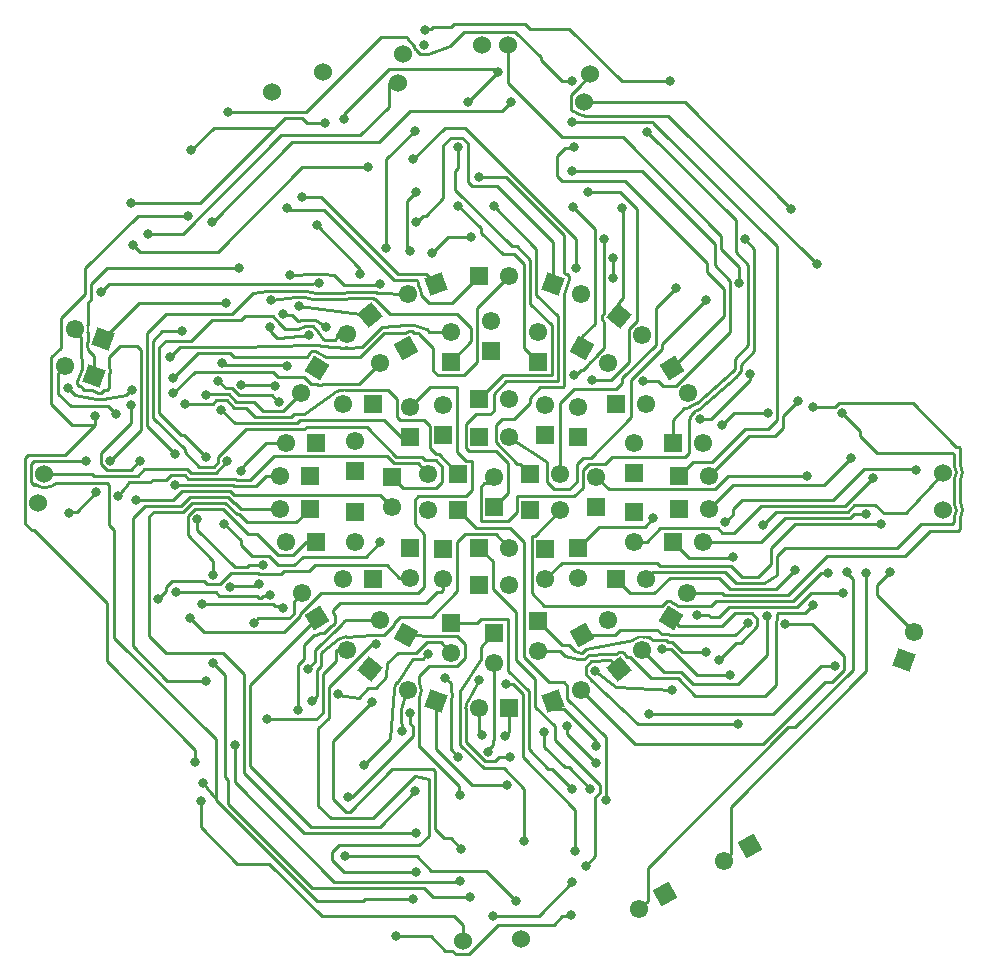
<source format=gbl>
G04*
G04 #@! TF.GenerationSoftware,Altium Limited,Altium Designer,23.1.1 (15)*
G04*
G04 Layer_Physical_Order=2*
G04 Layer_Color=16711680*
%FSLAX25Y25*%
%MOIN*%
G70*
G04*
G04 #@! TF.SameCoordinates,26756865-A546-46B2-AE66-A5EF7FACC8B2*
G04*
G04*
G04 #@! TF.FilePolarity,Positive*
G04*
G01*
G75*
%ADD49C,0.01000*%
%ADD50C,0.01000*%
%ADD51C,0.06102*%
%ADD52P,0.08630X4X245.0*%
%ADD53C,0.06000*%
%ADD54R,0.06102X0.06102*%
%ADD55P,0.08630X4X115.0*%
%ADD56P,0.08630X4X255.0*%
%ADD57R,0.06102X0.06102*%
%ADD58P,0.08630X4X103.0*%
%ADD59P,0.08630X4X84.0*%
%ADD60P,0.08630X4X195.0*%
%ADD61P,0.08630X4X205.0*%
%ADD62P,0.08630X4X186.0*%
%ADD63P,0.08630X4X167.0*%
%ADD64C,0.03150*%
D49*
X34651Y46082D02*
G03*
X34350Y45719I3349J-3082D01*
G01*
X27086Y126571D02*
G03*
X30000Y125500I2914J3429D01*
G01*
X39162Y-38100D02*
G03*
X36836Y-38100I-1163J-4400D01*
G01*
X50417Y-48302D02*
G03*
X46338Y-49227I-1145J-4405D01*
G01*
X-8995Y-69820D02*
G03*
X-9551Y-72000I3995J-2180D01*
G01*
X-25000Y-68431D02*
G03*
X-25000Y-63729I-3897J2351D01*
G01*
X-32642Y-63494D02*
G03*
X-33434Y-65715I3745J-2585D01*
G01*
X-49547Y-48164D02*
G03*
X-52000Y-49065I276J-4543D01*
G01*
X65241Y28510D02*
G03*
X67550Y29622I-741J4490D01*
G01*
X66906Y26907D02*
G03*
X67644Y27253I-2406J6093D01*
G01*
X-24346Y66059D02*
G03*
X-25400Y68993I-4551J21D01*
G01*
X-49523Y48163D02*
G03*
X-49115Y48158I252J4544D01*
G01*
X-49819Y34000D02*
G03*
X-53081Y33249I-681J-4500D01*
G01*
X-49683Y36000D02*
G03*
X-51317Y36000I-817J-6500D01*
G01*
X-135500Y53246D02*
G03*
X-135500Y55595I-4397J1175D01*
G01*
X-134236Y33967D02*
G03*
X-134244Y33970I-346J-938D01*
G01*
X155200Y-9124D02*
G03*
X155200Y-2876I-5700J3124D01*
G01*
Y3376D02*
G03*
X155200Y9624I-5700J3124D01*
G01*
X154909Y14901D02*
G03*
X154905Y14905I-709J-705D01*
G01*
X153200Y-8561D02*
G03*
X153200Y-3439I-3700J2561D01*
G01*
Y3939D02*
G03*
X153200Y9061I-3700J2561D01*
G01*
X-152886Y2547D02*
G03*
X-150000Y1500I2886J3453D01*
G01*
Y1500D02*
G03*
X-145866Y3000I0J6447D01*
G01*
X-26211Y147363D02*
G03*
X-26959Y148778I-4289J-1363D01*
G01*
X26500Y39000D02*
X27082D01*
X28953Y40872D01*
X29618D02*
X31078Y42332D01*
X28953Y40872D02*
X29618D01*
X16500Y-84800D02*
X23394Y-91694D01*
X20117Y-82769D02*
Y-78017D01*
X33675Y-101674D02*
X35075Y-100274D01*
X23394Y-91694D02*
X24694D01*
X37086Y-102611D02*
Y-81586D01*
X33675Y-121325D02*
Y-101674D01*
X20117Y-82769D02*
X35075Y-97726D01*
X24300Y-68800D02*
X37086Y-81586D01*
X35075Y-100274D02*
Y-97726D01*
X24694Y-91694D02*
X32000Y-99000D01*
X-121000Y23000D02*
Y29000D01*
X-131075Y12925D02*
X-121000Y23000D01*
X-89575Y34575D02*
X-87630D01*
X-92000Y37000D02*
X-89575Y34575D01*
X-87630D02*
X-85281Y32225D01*
X-99925Y40075D02*
X-73726D01*
X-107000Y33000D02*
X-99925Y40075D01*
X-114667Y3224D02*
X-113966Y3925D01*
X-84575Y7000D02*
Y7582D01*
X-86423Y4500D02*
X-85848Y3925D01*
X-84575Y7582D02*
X-83500Y8657D01*
Y9100D01*
X-82265Y-13800D02*
X-79302D01*
X-85836Y-7401D02*
X-85199D01*
X-107774Y5575D02*
X-103153D01*
X-90565Y-5500D02*
X-82265Y-13800D01*
X-86680Y-900D02*
X-38100D01*
X-88908Y-1500D02*
X-86909Y-3500D01*
X-106500Y2500D02*
X-87252D01*
X-88080Y500D02*
X-86680Y-900D01*
X-100677Y-3500D02*
X-89737D01*
X-81400Y3925D02*
X-73425Y11900D01*
X-86909Y-3500D02*
X-86425D01*
X-104152Y500D02*
X-88080D01*
X-102078Y4500D02*
X-86423D01*
X-83500Y9100D02*
X-76100Y16500D01*
X-99848Y-5500D02*
X-90565D01*
X-113966Y3925D02*
X-109423D01*
X-85848D02*
X-81400D01*
X-101505Y-1500D02*
X-88908D01*
X-86677Y1925D02*
X-79575D01*
X-89737Y-3500D02*
X-85836Y-7401D01*
X-87252Y2500D02*
X-86677Y1925D01*
X-109423Y3925D02*
X-107774Y5575D01*
X-79575Y1925D02*
X-76000Y5500D01*
X-23600Y-131800D02*
X-20400Y-135000D01*
X-8000D01*
X-67460Y59089D02*
X-65892Y57521D01*
X-70500Y59500D02*
X-70089Y59089D01*
X-74437Y53437D02*
Y54740D01*
X-71425Y55957D02*
Y56077D01*
X-73923Y58575D02*
X-71425Y56077D01*
X-74437Y53437D02*
X-72493Y51493D01*
X-83092Y58575D02*
X-73923D01*
X-70089Y59089D02*
X-67460D01*
X-74848Y55152D02*
X-74437Y54740D01*
X-63726Y65075D02*
X-63639Y65059D01*
X-62898Y67075D02*
X-59509Y66500D01*
X-75774Y67075D02*
X-62898Y67075D01*
X-80405Y66395D02*
X-75774Y67075D01*
X-66274Y65075D02*
X-63726D01*
X-59509Y66500D02*
X-57152D01*
X-74500Y64000D02*
X-66274Y65075D01*
X-93600Y121400D02*
X-73100D01*
X-101000Y114000D02*
X-93600Y121400D01*
X-500Y-141181D02*
X14819D01*
X26000Y-130000D01*
X-84501Y-17499D02*
Y-15999D01*
X-90000Y-10500D02*
X-84501Y-15999D01*
Y-17499D02*
X-80724Y-21276D01*
X-99000Y-12600D02*
Y-9000D01*
X-102200Y-14300D02*
Y-7852D01*
X-103677Y-6500D02*
X-100677Y-3500D01*
X-102200Y-7852D02*
X-99848Y-5500D01*
X-99000Y-12600D02*
X-86575Y-25025D01*
X-113588Y-6500D02*
X-103677D01*
X-116500Y-4500D02*
X-104505D01*
X-119500Y-2500D02*
X-107152D01*
X-104505Y-4500D02*
X-101505Y-1500D01*
X-107152Y-2500D02*
X-104152Y500D01*
X-102200Y-14300D02*
X-93700Y-22800D01*
X-115075Y-7987D02*
X-113588Y-6500D01*
X-111725Y26225D02*
X-104606Y19106D01*
X-103531D01*
X-102325Y7575D02*
X-101250Y6500D01*
X-120500Y-8500D02*
X-116500Y-4500D01*
X-93652Y8500D02*
X-92075Y10077D01*
X-98348Y8500D02*
X-93652D01*
X-103258Y13410D02*
X-98348Y8500D01*
X-103531Y19106D02*
X-96000Y11575D01*
X-103153Y5575D02*
X-102078Y4500D01*
X-86425Y-3500D02*
X-84425Y-5500D01*
X-92823Y6500D02*
X-89000Y10323D01*
X-101250Y6500D02*
X-92823D01*
X-118954Y5425D02*
X-116805Y7575D01*
X-133450Y5425D02*
X-118954D01*
X-134025Y6000D02*
X-133450Y5425D01*
X-150000Y6000D02*
X-134025D01*
X-116805Y7575D02*
X-102325D01*
X-86575Y-25025D02*
X-82516D01*
X-115075Y-48025D02*
Y-7987D01*
Y-48025D02*
X-109406Y-53694D01*
X-85199Y-7401D02*
X-82500Y-10100D01*
X-121756Y3224D02*
X-114667D01*
X-89000Y10323D02*
Y10500D01*
X-38100Y-900D02*
X-34000Y-5000D01*
X-85115Y-37401D02*
X-73849D01*
X-85341Y-37175D02*
X-85115Y-37401D01*
X-77259Y-34737D02*
X-75237D01*
X-78525Y-35175D02*
X-77697D01*
X-77259Y-34737D01*
X-75237D02*
X-74826Y-34326D01*
X-97600Y-37175D02*
X-85341D01*
X-73849Y-37401D02*
X-73161Y-38089D01*
X-70911D01*
X-70500Y-38500D01*
X-87613Y-31113D02*
X-78812D01*
X-88000Y-31500D02*
X-87613Y-31113D01*
X-78812D02*
X-78425Y-30726D01*
X-91734Y-34575D02*
X-79125D01*
X-78525Y-35175D01*
X-92909Y-33400D02*
X-91734Y-34575D01*
X-106100Y-33400D02*
X-92909D01*
X-91434Y-30586D02*
X-87874Y-27025D01*
X-78874D01*
X-95807Y-30586D02*
X-91434D01*
X-82516Y-25025D02*
X-81841Y-24350D01*
X-80724Y-21276D02*
X-75161D01*
X-71225Y-27425D02*
X-70185Y-26385D01*
X-78874Y-27025D02*
X-78474Y-27425D01*
X-75161Y-21276D02*
X-72051Y-24385D01*
X-78474Y-27425D02*
X-71225D01*
X-81841Y-24350D02*
X-77200D01*
X-122492Y2489D02*
X-121756Y3224D01*
X-121303Y7425D02*
X-118500Y10228D01*
Y10500D01*
X-117725Y20775D02*
Y47500D01*
X-131075Y9226D02*
Y12925D01*
X-128000Y10500D02*
X-117725Y20775D01*
X-131075Y9226D02*
X-129274Y7425D01*
X-121303D01*
X-92075Y11774D02*
X-82748Y21100D01*
X-63187D01*
X-92075Y10077D02*
Y11774D01*
X-113725Y24825D02*
X-103258Y14358D01*
Y13410D02*
Y14358D01*
X-111725Y26225D02*
Y48300D01*
X-113725Y24825D02*
Y50550D01*
X-95925Y32575D02*
X-88459D01*
X-84291Y35584D02*
X-73584D01*
X-73300Y35300D01*
X-85281Y32225D02*
X-74123D01*
X-72098Y30200D02*
X-71800D01*
X-96000Y32500D02*
X-95925Y32575D01*
X-84575Y35868D02*
X-84291Y35584D01*
X-92706Y30575D02*
X-89287D01*
X-86059Y30175D02*
X-80125D01*
X-88459Y32575D02*
X-86059Y30175D01*
X-93855Y29425D02*
X-92706Y30575D01*
X-97348Y29500D02*
X-97274Y29425D01*
X-93855D01*
X-86887Y28175D02*
X-82875D01*
X-103000Y29500D02*
X-97348D01*
X-91000Y27500D02*
X-86600Y23100D01*
X-74123Y32225D02*
X-72098Y30200D01*
X-89287Y30575D02*
X-86887Y28175D01*
X-86600Y23100D02*
X-82852D01*
X-80125Y30175D02*
X-77050Y27100D01*
X-82875Y28175D02*
X-79800Y25100D01*
X-82852Y23100D02*
X-65687D01*
X-73726Y40075D02*
X-72026Y38375D01*
X-63438D01*
X117500Y-27082D02*
Y-26500D01*
X119375Y-59362D02*
Y-28956D01*
X117500Y-27082D02*
X119375Y-28956D01*
X124000Y-59600D02*
Y-27000D01*
X78800Y-104800D02*
X124000Y-59600D01*
X127500Y-34183D02*
Y-31000D01*
X132000Y-26500D01*
X38051Y949D02*
X73385D01*
X126963Y-4350D02*
X129718Y-7106D01*
X119959Y-4350D02*
X126963D01*
X71500Y-5500D02*
X79425Y2425D01*
X109925D01*
X79443Y-5457D02*
X82400Y-2500D01*
X116981Y-4500D02*
X126181Y4700D01*
X73385Y949D02*
X77936Y5500D01*
X119713Y-7425D02*
X124000D01*
X77936Y5500D02*
X104300D01*
X94000Y-6500D02*
X117810D01*
X89500Y-11000D02*
X94000Y-6500D01*
X109925Y2425D02*
X119000Y11500D01*
X118638Y-8500D02*
X119713Y-7425D01*
X79936Y-13564D02*
X89000Y-4500D01*
X34000Y5000D02*
X38051Y949D01*
X82400Y-2500D02*
X112800D01*
X96800Y-8500D02*
X118638D01*
X112800Y-2500D02*
X123100Y7800D01*
X89000Y-4500D02*
X116981D01*
X117810Y-6500D02*
X119959Y-4350D01*
X92275Y-18500D02*
X100275Y-10500D01*
X88800Y-16500D02*
X96800Y-8500D01*
X100275Y-10500D02*
X129000D01*
X129718Y-7106D02*
X136435D01*
X137168Y-6786D02*
X149500Y6500D01*
X136849Y-7106D02*
X137168Y-6786D01*
X136435Y-7106D02*
X136849Y-7106D01*
X114726Y29575D02*
X139521D01*
X121948Y18733D02*
X127485Y13196D01*
X106200Y28300D02*
X113452D01*
X116000Y26500D02*
X121948Y20552D01*
X113452Y28300D02*
X114726Y29575D01*
X121948Y18733D02*
Y20552D01*
X139521Y29575D02*
X153900Y15196D01*
X127485Y13196D02*
X152614D01*
X153200Y12610D01*
X64870Y-21870D02*
X79121D01*
X79502Y-21489D01*
X59500Y-16500D02*
X64870Y-21870D01*
X-120500Y82500D02*
X-118200Y80200D01*
X-92300D01*
X19700Y-144200D02*
X22489Y-141411D01*
X25089D02*
X25500Y-141000D01*
X22489Y-141411D02*
X25089D01*
X1164Y-144200D02*
X19700D01*
X82117Y-50231D02*
X87575Y-44774D01*
X74700Y-56100D02*
X80569Y-50231D01*
X76000Y-44600D02*
X80175Y-40425D01*
X58381Y-47704D02*
X80296D01*
X84500Y-43500D01*
X80175Y-40425D02*
X85774D01*
X80569Y-50231D02*
X82117D01*
X85774Y-40425D02*
X87575Y-42226D01*
Y-44774D02*
Y-42226D01*
X90148Y-67826D02*
X93713Y-64262D01*
Y-42886D01*
X96846Y-43912D02*
X105954D01*
X94661Y-40175D02*
X103641D01*
X96787Y-43971D02*
X96846Y-43912D01*
X94075Y-42523D02*
Y-40761D01*
X91000Y-54300D02*
Y-41250D01*
X81225Y-64075D02*
X91000Y-54300D01*
X93713Y-42886D02*
X94075Y-42523D01*
X105954Y-43912D02*
X116575Y-54533D01*
X94075Y-40761D02*
X94661Y-40175D01*
X78076Y-38175D02*
X100837D01*
X74750Y-41500D02*
X78076Y-38175D01*
X-63639Y65059D02*
X-60512Y64500D01*
X-80418Y66382D02*
X-80405Y66395D01*
X-56323Y64500D02*
X-41665Y64723D01*
X-60512Y64500D02*
X-56323D01*
X-87500Y59300D02*
X-80418Y66382D01*
X-44736Y59340D02*
X-41500Y59000D01*
X-65000Y62000D02*
X-44736Y59340D01*
X-41665Y64723D02*
X-41580Y64791D01*
X-65572Y57200D02*
X-65473Y57200D01*
X-65892Y57521D02*
X-65572Y57200D01*
X-65473Y57200D02*
X-63995Y57322D01*
X-72493Y51493D02*
X-71664D01*
X-71425Y55957D02*
X-70300Y54832D01*
X-84367Y57300D02*
X-83092Y58575D01*
X-70035Y54568D02*
X-69662Y54542D01*
X-101008Y50525D02*
X-94233Y57300D01*
X-70300Y54832D02*
X-70035Y54568D01*
X-69662Y54542D02*
X-67974Y54425D01*
X-94233Y57300D02*
X-84367D01*
X-63167Y55322D02*
X-60619D01*
X-58818Y53338D02*
X-57037Y51211D01*
X-56451Y50625D01*
X-54226D01*
X-59791Y57322D02*
X-59093Y57052D01*
X-58818Y53338D02*
Y53521D01*
X-59093Y57052D02*
X-56111Y54979D01*
X-60619Y55322D02*
X-58818Y53521D01*
X-71664Y51493D02*
X-61893Y52248D01*
X57099Y-49251D02*
X57810Y-49962D01*
X59290D01*
X58901Y-52401D02*
X67500Y-61000D01*
X54552Y-49251D02*
X57099D01*
X55826Y-52326D02*
X55901Y-52401D01*
X58901D01*
X57928Y-47251D02*
X58381Y-47704D01*
X55751Y-47251D02*
X57928D01*
X54475Y-49329D02*
X54552Y-49251D01*
X54300Y-45800D02*
X55751Y-47251D01*
X59290Y-49962D02*
X62628Y-53300D01*
X77000Y-10000D02*
X79443Y-7557D01*
Y-5457D01*
X53000Y-8600D02*
Y-8500D01*
X50100Y-11500D02*
X53000Y-8600D01*
X35000Y-11500D02*
X50100D01*
X56073Y35500D02*
X60564D01*
X54573Y37000D02*
X56073Y35500D01*
X45500Y24900D02*
Y37348D01*
X49500Y37000D02*
X54573D01*
X45500Y37348D02*
X55900Y47748D01*
Y49400D01*
X70500Y64000D01*
X38936Y37500D02*
X44720Y43284D01*
X32500Y37500D02*
X38936D01*
X31657Y42911D02*
X34350Y45719D01*
X31078Y42332D02*
X31657Y42911D01*
X22000Y29800D02*
X26500Y34300D01*
X40500D01*
X42600Y36400D01*
X44720Y43284D02*
Y54238D01*
X36600Y48200D02*
Y56695D01*
X34651Y46082D02*
X36600Y48200D01*
X-42951Y-21451D02*
X-38000Y-16500D01*
X-63885Y-21451D02*
X-42951D01*
X26000Y107000D02*
X49233D01*
X23589Y114589D02*
X26089D01*
X26500Y115000D01*
X20900Y111900D02*
X23589Y114589D01*
X26000Y123500D02*
X52700D01*
X25500Y127914D02*
X25500Y127500D01*
X26086Y126914D02*
X27086Y126571D01*
X30000Y125500D02*
X58000D01*
X25500Y127914D02*
Y132500D01*
X58000Y125500D02*
X58293Y125207D01*
X25500Y127500D02*
X26086Y126914D01*
X52993Y123207D02*
X94256Y81944D01*
X52700Y123500D02*
X52993Y123207D01*
X58293Y125207D02*
X107500Y76000D01*
X94256Y24100D02*
Y81944D01*
X15544Y143956D02*
X22500Y137000D01*
X26000D01*
X7000Y153500D02*
X15544Y144956D01*
Y143956D02*
Y144956D01*
X11800Y154500D02*
X25000D01*
X42500Y137000D02*
X58623D01*
X25000Y154500D02*
X42500Y137000D01*
X-115600Y86100D02*
X-103900D01*
X-71000Y119000D01*
X-44700D01*
X-93967Y90200D02*
X-67567Y116600D01*
X-94075Y90200D02*
X-93967D01*
X61057Y-37919D02*
X61318Y-38071D01*
X61587Y-38071D02*
X66124D01*
X67522Y-41021D02*
X71393D01*
X71872Y-41500D01*
X72104Y-37947D02*
X73875Y-36175D01*
X66124Y-38071D02*
X66248Y-37947D01*
X58459Y-36296D02*
X61057Y-37919D01*
X66248Y-37947D02*
X72104D01*
X71872Y-41500D02*
X74750D01*
X61318Y-38071D02*
X61587Y-38071D01*
X62228Y-60080D02*
X66223Y-64075D01*
X67500Y-61000D02*
X78500D01*
X66223Y-64075D02*
X81225D01*
X108706Y-58000D02*
X113500D01*
X112575Y-63300D02*
X116575Y-59300D01*
X92706Y-74000D02*
X108706Y-58000D01*
X116575Y-59300D02*
Y-54533D01*
X98006Y-78394D02*
X100343D01*
X51100Y-136240D02*
Y-125300D01*
X98006Y-78394D01*
X110100Y-63300D02*
X112575D01*
X100343Y-78394D02*
X119375Y-59362D01*
X16900Y-38100D02*
X36836D01*
X56304Y-37727D02*
X56848Y-36856D01*
X16607Y-37807D02*
X16900Y-38100D01*
X56848Y-36856D02*
X57408Y-36296D01*
X39162Y-38100D02*
X55930D01*
X12400Y-33600D02*
X16607Y-37807D01*
X57408Y-36296D02*
X58459D01*
X55930Y-38100D02*
X56304Y-37727D01*
X62628Y-53300D02*
X70400D01*
X52729Y-49329D02*
X54475D01*
X51896Y-48496D02*
X52729Y-49329D01*
X29079Y-53471D02*
X30569Y-52425D01*
X46338Y-49227D01*
X31398Y-54425D02*
X37119Y-54096D01*
X28841Y-53471D02*
X28961D01*
X37119Y-54096D02*
X40594Y-53877D01*
X29722Y-55471D02*
X31398Y-54425D01*
X30425Y-58226D02*
X32226Y-56425D01*
X30425Y-60774D02*
X32226Y-62575D01*
X33500Y-59500D02*
X40428Y-64791D01*
X32226Y-56425D02*
X38041Y-56100D01*
X32226Y-62575D02*
X47885Y-77400D01*
X40428Y-64791D02*
X59300Y-65900D01*
X28013Y-55471D02*
X29722D01*
X47885Y-77400D02*
X81300D01*
X30425Y-60774D02*
Y-58226D01*
X28961Y-53471D02*
X29079Y-53471D01*
X38041Y-56100D02*
X38714D01*
X51070Y-48203D02*
X51603D01*
X50417Y-48302D02*
X50538Y-48302D01*
X39300Y-59000D02*
Y-56686D01*
X24749Y-51000D02*
X26501Y-52752D01*
X40594Y-53877D02*
X41420Y-53209D01*
X38714Y-56100D02*
X39300Y-56686D01*
X26699Y-52950D02*
X28841Y-53471D01*
X50656Y-48302D02*
X51070Y-48203D01*
X21736Y-53000D02*
X23443Y-54707D01*
X50538Y-48302D02*
X50656Y-48302D01*
X26501Y-52752D02*
X26699Y-52950D01*
X51603Y-48203D02*
X51896Y-48496D01*
X23443Y-54707D02*
X28013Y-55471D01*
X44180Y-55000D02*
X45128D01*
X43067Y-53703D02*
X43850Y-54670D01*
X42572Y-53209D02*
X43067Y-53703D01*
X41420Y-53209D02*
X42572D01*
X45421Y-55293D02*
X52208Y-62080D01*
X43850Y-54670D02*
X44180Y-55000D01*
X45128D02*
X45421Y-55293D01*
X22500Y-51000D02*
X24749D01*
X24300Y-68800D02*
Y-64500D01*
X-20900Y-41500D02*
X-12400Y-33000D01*
X-33449Y-43500D02*
X-31449Y-41500D01*
X-20900D01*
X-4600Y-55700D02*
Y-51600D01*
X-9551Y-83297D02*
X-9258Y-83590D01*
X-11551Y-66223D02*
X-4600Y-55700D01*
X-11551Y-67023D02*
X-11551Y-66223D01*
X-9551Y-83297D02*
X-9551Y-72000D01*
X-8995Y-69820D02*
X-5000Y-62500D01*
X-9258Y-83590D02*
X-3274Y-89575D01*
X-11551Y-84126D02*
Y-67023D01*
X-2000Y-86500D02*
Y-85918D01*
X-3274Y-89575D02*
X79D01*
X-2000Y-85918D02*
X-500Y-84418D01*
X79Y-89575D02*
X1366Y-88287D01*
X-3577Y-92100D02*
X3200D01*
X-500Y-84418D02*
Y-82944D01*
X1366Y-88287D02*
X5300D01*
X-11551Y-84126D02*
X-3577Y-92100D01*
X-500Y-82944D02*
X0Y-82444D01*
Y-57000D01*
X-5000Y-79493D02*
X-4000Y-80493D01*
Y-81075D02*
Y-80493D01*
X-5000Y-79493D02*
Y-72000D01*
X19170Y-92170D02*
X26000Y-99000D01*
X17970Y-92170D02*
X19170D01*
X11551Y-85751D02*
X17970Y-92170D01*
X9551Y-88351D02*
X27000Y-105800D01*
Y-119500D02*
Y-105800D01*
X30500Y-124500D02*
X33675Y-121325D01*
X-43091Y-135500D02*
X-27000D01*
X-43791Y-136200D02*
X-43091Y-135500D01*
X-59300Y-136200D02*
X-43791D01*
X-53400Y-129800D02*
X-11800D01*
X-11500Y-129500D01*
X-19925Y-112275D02*
X-16768Y-115432D01*
X-14568D02*
X-11000Y-119000D01*
X-16768Y-115432D02*
X-14568D01*
X-11864Y-100636D02*
X-11500Y-101000D01*
X-11864Y-100636D02*
Y-97925D01*
X-13019Y-96771D02*
X-11864Y-97925D01*
X-26500Y-99681D02*
Y-99500D01*
X-38303Y-111484D02*
X-26500Y-99681D01*
X-61052Y-111484D02*
X-38303D01*
X-40525Y-108700D02*
X-26325Y-94500D01*
X-21925Y-114500D02*
Y-95634D01*
X-26325Y-94500D02*
X-21925Y-95634D01*
X-14500Y-69069D02*
X-14089Y-67941D01*
X-14500Y-85800D02*
Y-69069D01*
Y-66644D02*
X-14089Y-67055D01*
X-14500Y-66644D02*
Y-63700D01*
Y-85800D02*
X-14207Y-86093D01*
X-14793Y-63407D02*
X-14500Y-63700D01*
X-16400Y-61800D02*
X-14793Y-63407D01*
X-14089Y-67941D02*
Y-67055D01*
X-14207Y-86093D02*
X-12000Y-88300D01*
X-25000Y-61400D02*
X-21700Y-58100D01*
X-28000Y-77341D02*
Y-76246D01*
X-25000Y-63729D02*
Y-61400D01*
X-31150Y-72226D02*
X-29479Y-66662D01*
X-28075Y-73500D02*
X-28000Y-76246D01*
X-29479Y-66662D02*
X-29186Y-66369D01*
X-24707Y-85083D02*
X-13019Y-96771D01*
X-31150Y-74774D02*
X-30900Y-79600D01*
X-29186Y-66369D02*
X-28897Y-66080D01*
X-31150Y-74774D02*
Y-72226D01*
X-25000Y-84790D02*
X-24707Y-85083D01*
X-25000Y-84790D02*
Y-68431D01*
X-28000Y-77341D02*
X-27300Y-78041D01*
Y-81300D02*
Y-78041D01*
X-27481Y-56001D02*
X-27364Y-55861D01*
X-32642Y-63494D02*
X-27481Y-56001D01*
X-35799Y-57099D02*
X-32200Y-53500D01*
X-27003Y-55500D02*
X-23982D01*
X-27364Y-55861D02*
X-27003Y-55500D01*
X-26100Y-53500D02*
X-22651Y-50051D01*
X-32200Y-53500D02*
X-26100D01*
X-22582Y-54100D02*
X-22000D01*
X-23982Y-55500D02*
X-22582Y-54100D01*
X-39500Y-65200D02*
X-36000Y-61700D01*
X-35709Y-59080D02*
Y-57928D01*
X-35799Y-57838D02*
X-35709Y-57928D01*
X-36000Y-61700D02*
Y-59440D01*
X-35799Y-57513D02*
X-35799Y-57838D01*
X-36000Y-59440D02*
X-35709Y-59080D01*
X-35799Y-57513D02*
X-35799Y-57099D01*
X-43600Y-91000D02*
X-34755Y-82155D01*
X-33434Y-65715D01*
X-53986Y-40214D02*
Y-39386D01*
X-51500Y-36900D01*
X-53986Y-40214D02*
X-53296Y-40904D01*
Y-43592D02*
Y-40904D01*
X-53856Y-44152D02*
X-53296Y-43592D01*
X-49571Y-42500D02*
X-38000D01*
X-50157Y-43086D02*
X-49571Y-42500D01*
X-53027Y-46152D02*
X-51296Y-44420D01*
X-58043Y-50971D02*
X-53027Y-46152D01*
X-59829Y-53172D02*
X-59800Y-52729D01*
X-57800Y-53557D02*
X-57214Y-52971D01*
X-57800Y-53971D02*
X-57800Y-53557D01*
X-36664Y-47600D02*
X-36371Y-47307D01*
X-40874Y-47625D02*
X-36664Y-47600D01*
X-59829Y-56329D02*
Y-53172D01*
X-49547Y-48164D02*
X-40874Y-47625D01*
X-57214Y-52971D02*
X-52000Y-49065D01*
X-57800Y-57900D02*
Y-53971D01*
X-59800Y-52729D02*
X-58043Y-50971D01*
X-54379Y-44479D02*
X-53856Y-44152D01*
X-56787Y-46887D02*
X-54379Y-44479D01*
X-51296Y-44420D02*
X-50157Y-43086D01*
X-36371Y-47307D02*
X-33449Y-44385D01*
X-58232Y-46887D02*
X-56787D01*
X-59541Y-47704D02*
X-58232Y-46887D01*
X-63600Y-51100D02*
X-60204Y-47704D01*
X-63600Y-55725D02*
Y-51100D01*
X-60204Y-47704D02*
X-59541D01*
X-112000Y-35500D02*
X-109544Y-33044D01*
Y-31635D02*
X-107500Y-29591D01*
X-109544Y-33044D02*
Y-31635D01*
X76000Y22500D02*
X80000Y26500D01*
X91181D01*
X67644Y27253D02*
X68319Y27622D01*
X80478Y38546D01*
X81649Y39649D02*
X82235Y40235D01*
X63207Y27929D02*
X63500Y28222D01*
X59500Y24222D02*
X63207Y27929D01*
X64900Y13100D02*
Y24135D01*
X80478Y38546D02*
X81649Y39649D01*
X67550Y29622D02*
X79649Y40546D01*
X72249Y24449D02*
X85300Y37500D01*
X65599Y25600D02*
X66906Y26907D01*
X79649Y40546D02*
X80235Y41132D01*
X68674Y24326D02*
X72249Y24449D01*
X82235Y40235D02*
Y42509D01*
X64900Y24135D02*
X65599Y25600D01*
X80235Y41132D02*
Y44509D01*
X63500Y28222D02*
X65241Y28510D01*
X39600Y75116D02*
X39600Y74689D01*
X39675Y71512D01*
X39600Y75116D02*
X39675Y78100D01*
X35709Y58726D02*
X36600Y59826D01*
Y84300D01*
X35709Y57573D02*
X36204Y57078D01*
X36270Y57025D02*
X36600Y56695D01*
X35709Y57573D02*
Y58726D01*
X36204Y57078D02*
X36270Y57025D01*
X14000Y65849D02*
Y81200D01*
X12000Y62681D02*
X19100Y55581D01*
X12000Y62681D02*
Y77424D01*
X-300Y95500D02*
X14000Y81200D01*
Y65849D02*
X21100Y58749D01*
X7468Y81956D02*
X12000Y77424D01*
X5893Y81956D02*
X7468D01*
X15100Y34900D02*
X22514D01*
X22807Y35193D01*
X23100Y35486D02*
Y66084D01*
X24911Y71059D01*
Y71945D01*
X24236Y72619D02*
X24911Y71945D01*
X23550Y72869D02*
X24236Y72619D01*
X23100Y73319D02*
X23550Y72869D01*
X23100Y73319D02*
Y85771D01*
X22807Y86064D02*
X23100Y85771D01*
X3871Y105000D02*
X22807Y86064D01*
X22807Y35193D02*
X23100Y35486D01*
X27200Y74600D02*
Y84500D01*
X-62491Y123000D02*
X-56500D01*
X-64291Y124800D02*
X-62491Y123000D01*
X-69700Y124800D02*
X-64291D01*
X-23000Y154000D02*
X-22589Y154411D01*
X-20989D01*
X-20500Y154900D01*
X-14600D01*
X-13000Y100848D02*
Y107133D01*
X-12000Y108133D02*
Y115000D01*
X-8925Y103325D02*
Y116274D01*
X-14600Y118100D02*
X-10752D01*
X-13000Y107133D02*
X-12000Y108133D01*
X-10752Y118100D02*
X-8925Y116274D01*
Y103325D02*
X-7500Y101900D01*
X-36100Y110900D02*
X-26500Y120500D01*
X-36100Y81500D02*
Y110900D01*
X-27000Y111000D02*
X-16500Y121500D01*
X-9800D01*
X-4444Y86444D02*
X2700Y79300D01*
X-4444Y86444D02*
Y87944D01*
X-12000Y95500D02*
X-4444Y87944D01*
X-13000Y100848D02*
X5893Y81956D01*
X-29075Y81656D02*
Y97125D01*
X-26200Y100000D01*
X-25707Y90000D02*
X-23679Y92028D01*
X-22972D02*
X-17000Y98000D01*
X-26000Y90000D02*
X-25707D01*
X-23679Y92028D02*
X-22972D01*
X-28300Y80300D02*
Y80882D01*
X-29075Y81656D02*
X-28300Y80882D01*
X-24346Y65646D02*
X-21700Y63000D01*
X-25986Y70700D02*
X-25693Y70407D01*
X-25693Y70407D02*
X-25400Y70114D01*
X-33428Y70700D02*
X-25986D01*
X-24346Y66059D02*
X-24346Y65646D01*
X-25400Y68993D02*
Y70114D01*
X-14000Y63000D02*
X-5000Y72000D01*
X-21700Y63000D02*
X-14000D01*
X-68725Y94200D02*
X-56928D01*
X-69100Y94575D02*
X-68725Y94200D01*
X-68075Y72500D02*
X-68000D01*
X-44753Y45000D02*
X-36753Y53000D01*
X-22787Y54551D02*
X-22494Y54258D01*
X-25300Y53000D02*
X-25007Y52707D01*
X-37581Y55000D02*
X-29452Y55668D01*
X-26772D02*
X-22787Y54551D01*
X-27600Y53668D02*
X-26932Y53000D01*
X-36753D02*
X-29781D01*
X-26932D02*
X-25300D01*
X-29452Y55668D02*
X-26772D01*
X-25007Y52707D02*
X-20400Y48100D01*
X-29781Y53000D02*
X-28624Y53668D01*
X-49115Y48158D02*
X-44257Y48324D01*
X-38042Y54540D02*
X-37581Y55000D01*
X-28624Y53668D02*
X-27600D01*
X-44257Y48324D02*
X-38042Y54540D01*
X-22494Y54258D02*
X-21736Y53500D01*
X-38814Y66342D02*
X-28897Y66080D01*
X-57152Y66500D02*
X-42409Y66791D01*
X-53500Y72500D02*
X-53207Y72207D01*
X-62000Y69375D02*
X-58425Y69575D01*
X-59699Y72650D02*
X-57152D01*
X-53207Y72207D02*
X-50200Y69200D01*
X-39599Y66791D02*
X-39308Y66500D01*
X-40428Y64791D02*
X-40136Y64500D01*
X-68000Y72500D02*
X-59699Y72650D01*
X-39308Y66500D02*
X-38814Y66342D01*
X-41580Y64791D02*
X-40428D01*
X-128599Y69375D02*
X-62000D01*
X-41574Y69200D02*
X-37999Y69417D01*
X-42409Y66791D02*
X-39599D01*
X-39800Y64500D02*
X-34829Y59529D01*
X-40136Y64500D02*
X-39800D01*
X-57152Y72650D02*
X-53500Y72500D01*
X-50200Y69200D02*
X-41574D01*
X-44170Y34000D02*
X-44119Y34051D01*
X-49819Y34000D02*
X-44170D01*
X-35600Y34051D02*
X-35307Y33758D01*
X-57385Y36000D02*
X-51317D01*
X-58660Y35776D02*
X-57609D01*
X-57385Y36000D01*
X-61064D02*
X-59019D01*
X-61357Y36293D02*
X-61064Y36000D01*
X-63438Y38375D02*
X-61357Y36293D01*
X-59019Y36000D02*
X-58660Y35776D01*
X-49683Y36000D02*
X-44999D01*
X-63465Y26100D02*
X-53081Y33249D01*
X-44119Y34051D02*
X-35600D01*
X-44999Y36000D02*
X-37999Y43000D01*
X-35307Y33758D02*
X-32551Y31002D01*
X-66687Y26100D02*
X-63465D01*
X-90200Y42500D02*
X-71746D01*
X-59741Y47185D02*
X-56245Y45000D01*
X-62508D02*
X-62135Y45373D01*
X-57602Y48625D02*
X-49523Y48163D01*
X-58913Y49185D02*
X-57602Y48625D01*
X-61633Y49173D02*
X-61621Y49185D01*
X-84988Y48324D02*
X-61633Y49173D01*
X-85816Y48324D02*
X-84988Y48324D01*
X-65426Y54425D02*
X-63167Y55322D01*
X-67974Y54425D02*
X-65426D01*
X-63995Y57322D02*
X-59791D01*
X-56245Y45000D02*
X-44753D01*
X-88178Y46359D02*
X-87112Y45293D01*
X-60793Y47185D02*
X-59741D01*
X-61353Y46625D02*
X-60793Y47185D01*
X-71746Y42500D02*
X-69000Y41925D01*
X-85850Y48359D02*
X-85816Y48324D01*
X-61621Y49185D02*
X-58913D01*
X-62135Y45373D02*
X-61353Y46625D01*
X-54226Y50625D02*
X-53207Y50870D01*
X-86819Y45000D02*
X-62508D01*
X-87112Y45293D02*
X-86819Y45000D01*
X-53207Y50870D02*
X-52500Y51578D01*
X-98822Y46359D02*
X-88178D01*
X-110675Y53600D02*
X-104075D01*
X-137694Y50486D02*
Y51314D01*
X-137911Y47727D02*
X-137560Y41605D01*
X-137911Y47727D02*
Y50269D01*
X-135911Y48555D02*
X-135500Y48144D01*
X-135911Y48555D02*
Y49441D01*
X-135500Y47300D02*
Y48144D01*
Y63200D02*
X-134374Y64326D01*
X-135500Y47300D02*
X-135207Y47007D01*
X-135911Y49441D02*
X-135500Y50569D01*
X-135207Y47007D02*
X-133603Y45403D01*
X-139014Y37021D02*
X-137560Y41014D01*
X-137560Y41605D02*
X-137560Y41014D01*
X-137911Y50269D02*
X-137694Y50486D01*
X-135500Y50569D02*
Y53246D01*
X-139897Y51900D02*
X-138280D01*
X-135500Y55595D02*
Y63200D01*
X-138280Y51900D02*
X-137694Y51314D01*
X-130298Y34029D02*
X-129086D01*
X-128500Y41333D02*
Y45000D01*
Y41333D02*
X-128192Y41025D01*
Y40139D02*
Y41025D01*
X-128500Y34614D02*
Y39293D01*
X-128793Y34321D02*
X-128500Y34614D01*
Y45000D02*
X-124725Y48775D01*
X-129086Y34029D02*
X-128793Y34321D01*
X-128500Y39293D02*
X-128192Y40139D01*
X-131158Y33169D02*
X-130298Y34029D01*
X-137950Y35319D02*
X-137500Y34869D01*
X-137207Y34321D02*
X-136914Y34029D01*
X-134236Y33967D02*
X-132044Y33169D01*
X-142256Y34700D02*
X-139877Y32322D01*
X-137500Y34614D02*
X-137207Y34321D01*
X-130330Y31169D02*
X-122884Y32322D01*
X-139014Y36135D02*
Y37021D01*
X-134406Y34029D02*
X-134244Y33970D01*
X-136914Y34029D02*
X-134582D01*
X-137500Y34614D02*
Y34869D01*
X-139014Y36135D02*
X-138339Y35460D01*
X-132044Y33169D02*
X-131158D01*
X-139877Y32322D02*
X-132872Y31169D01*
X-130330D01*
X-134582Y34029D02*
X-134406Y34029D01*
X-138339Y35460D02*
X-137950Y35319D01*
X-122884Y32322D02*
X-121206Y34000D01*
X154614Y-12800D02*
X155200Y-12214D01*
X154909Y14901D02*
X155200Y14610D01*
X145300Y-12800D02*
X154614D01*
X153200Y-9914D02*
Y-8561D01*
X154614Y15196D02*
X154905Y14905D01*
X153900Y15196D02*
X154614D01*
X152614Y-10500D02*
X153200Y-9914D01*
Y-3439D02*
Y3939D01*
X142300Y-10500D02*
X152200D01*
X155200Y-2876D02*
Y3376D01*
Y-12214D02*
Y-9124D01*
X153200Y9061D02*
Y12610D01*
X155200Y9624D02*
Y14610D01*
X152200Y-10500D02*
X152614Y-10500D01*
X123100Y7800D02*
X140200D01*
X140500Y7500D01*
X-141500Y-6500D02*
X-139118D01*
X-132693Y-75D01*
X-145866Y3000D02*
X-129133D01*
X-128547Y2414D01*
Y-10853D02*
Y2414D01*
X-125472Y-1200D02*
X-122492Y2489D01*
X-92917Y-102583D02*
Y-102305D01*
Y-102583D02*
X-91787Y-103713D01*
X-128547Y-10853D02*
X-128254Y-11146D01*
X-126700Y-12700D01*
X-153547Y2547D02*
X-152886D01*
X-153840Y2840D02*
X-153547Y2547D01*
X-154500Y3500D02*
X-153840Y2840D01*
X-26211Y147363D02*
X-24774Y145925D01*
X-26211Y147363D02*
X-26211Y147363D01*
X-121206Y34000D02*
X-120800D01*
X-133200Y22500D02*
X-133000Y22700D01*
Y25500D01*
X-141187Y28575D02*
X-128732D01*
X-145331Y32719D02*
X-141187Y28575D01*
X-128732D02*
X-126193Y26035D01*
X-115725Y53075D02*
X-109500Y59300D01*
X-111725Y48300D02*
X-109500Y50525D01*
X-115725Y22025D02*
X-106333Y12633D01*
X-115725Y22025D02*
Y53075D01*
X-113725Y50550D02*
X-110675Y53600D01*
X-109500Y50525D02*
X-101008D01*
X-14600Y154900D02*
X-13500Y156000D01*
X-121200Y96400D02*
X-98100D01*
X-73100Y121400D02*
X-69700Y124800D01*
X-98100Y96400D02*
X-73100Y121400D01*
X-22226Y145925D02*
X-14800Y148800D01*
X-24774Y145925D02*
X-22226D01*
X-29300Y151600D02*
X-28714Y151014D01*
X-37900Y151600D02*
X-29300D01*
X-14507Y149093D02*
X-10100Y153500D01*
X-14800Y148800D02*
X-14507Y149093D01*
X-28714Y151014D02*
X-26959Y148778D01*
X-3500Y2900D02*
X0D01*
X-143200Y12500D02*
X-133200Y22500D01*
X-92917Y-102305D02*
Y-82283D01*
X-91787Y-103713D02*
X-59300Y-136200D01*
X-97136Y-97052D02*
X-92917Y-102305D01*
X-91787Y-103713D01*
X-35300Y128400D02*
Y136500D01*
X-52500Y51578D02*
Y52707D01*
X-52700Y-56200D02*
Y-52707D01*
X19500Y-72183D02*
X23058D01*
X-8835Y130000D02*
X1165Y140000D01*
X0Y-5000D02*
X4600Y-400D01*
Y9635D01*
X635Y13600D02*
X4600Y9635D01*
X-8500Y13600D02*
X635D01*
X-9600Y14700D02*
X-8500Y13600D01*
X-9600Y14700D02*
Y22700D01*
X-6300Y26000D01*
X-1500D01*
X-300Y27200D01*
Y32700D01*
X3900Y36900D01*
X21100D01*
Y58749D01*
X61500Y5500D02*
X66100Y10100D01*
X72600D01*
X83400Y20900D01*
X91056D01*
X94256Y24100D01*
X96256Y25256D02*
X101300Y30300D01*
X96256Y21500D02*
Y25256D01*
X93634Y18878D02*
X96256Y21500D01*
X84878Y18878D02*
X93634D01*
X71500Y5500D02*
X84878Y18878D01*
X51000Y120000D02*
X80390Y90610D01*
Y79999D02*
Y90610D01*
Y79999D02*
X84675Y75714D01*
Y48949D02*
Y75714D01*
X80235Y44509D02*
X84675Y48949D01*
X59500Y16500D02*
Y24222D01*
X81600Y69800D02*
Y74900D01*
X75600Y80900D02*
X81600Y74900D01*
X75600Y80900D02*
Y85500D01*
X42700Y118400D02*
X75600Y85500D01*
X22500Y118400D02*
X42700D01*
X4500Y136400D02*
X22500Y118400D01*
X4500Y136400D02*
Y149000D01*
X5000Y18500D02*
X17400Y10000D01*
Y3500D02*
Y10000D01*
Y3500D02*
X19800Y1100D01*
X25000D01*
X27400Y3500D01*
Y9500D01*
X29451Y11551D01*
X32151D01*
X45500Y24900D01*
X-20800Y79600D02*
X-15400Y85000D01*
X-7700D01*
X-17000Y98000D02*
Y115700D01*
X-14600Y118100D01*
X-7500Y101900D02*
X841D01*
X19500Y83241D01*
Y69500D02*
Y83241D01*
X0Y2900D02*
Y5000D01*
X-4600Y1800D02*
X-3500Y2900D01*
X-4600Y-9600D02*
Y1800D01*
Y-9600D02*
X4500D01*
X7400Y-6700D01*
Y-1400D01*
X26549D01*
X29449Y1500D01*
Y7500D01*
X31500Y9551D01*
X36951D01*
X39100Y11700D01*
X63500D01*
X64900Y13100D01*
X82235Y42509D02*
X86675Y46949D01*
Y81125D01*
X83500Y84300D02*
X86675Y81125D01*
X85300Y37500D02*
Y39400D01*
X41500Y58646D02*
Y63400D01*
X42775Y64675D01*
Y94325D01*
X42500Y94600D02*
X42775Y94325D01*
X-79800Y25100D02*
X-67687D01*
X-66687Y26100D01*
X-32551Y24951D02*
Y31002D01*
Y24951D02*
X-31500Y23900D01*
X-23349D01*
X-21600Y22151D01*
Y14700D02*
Y22151D01*
Y14700D02*
X-19500Y12600D01*
X-18600D01*
X-12000Y6000D01*
X-34000Y5000D02*
X-30400Y1400D01*
X-19500D01*
X-17400Y3500D01*
Y8500D01*
X-19500Y10600D02*
X-17400Y8500D01*
X-23000Y10600D02*
X-19500D01*
X-24100Y11700D02*
X-23000Y10600D01*
X-32700Y11700D02*
X-24100D01*
X-42600Y21600D02*
X-32700Y11700D01*
X-62687Y21600D02*
X-42600D01*
X-63187Y21100D02*
X-62687Y21600D01*
X-14500Y43500D02*
X-7700Y50300D01*
Y54800D01*
X-12429Y59529D02*
X-7700Y54800D01*
X-34829Y59529D02*
X-12429D01*
X-90900Y43200D02*
X-90200Y42500D01*
X-131299Y66675D02*
X-128599Y69375D01*
X-86600Y-96600D02*
Y-84400D01*
Y-96600D02*
X-53400Y-129800D01*
X2400Y126900D02*
X5500Y130000D01*
X-28300Y126900D02*
X2400D01*
X-38600Y116600D02*
X-28300Y126900D01*
X-67567Y116600D02*
X-38600D01*
X28500Y135500D02*
X32000Y139500D01*
X25500Y132500D02*
X28500Y135500D01*
X-88800Y126800D02*
X-62700D01*
X-37900Y151600D01*
X-10100Y153500D02*
X7000D01*
X-153500Y10500D02*
X-136181D01*
X-154500Y9500D02*
X-153500Y10500D01*
X-154500Y3500D02*
Y9500D01*
X-126700Y-48500D02*
Y-12700D01*
Y-48500D02*
X-92917Y-82283D01*
X-64100Y108400D02*
X-42100D01*
X-92300Y80200D02*
X-64100Y108400D01*
X10300Y156000D02*
X11800Y154500D01*
X-13000Y156000D02*
X10300D01*
X-35300Y136500D02*
X-32000D01*
X-44700Y119000D02*
X-35300Y128400D01*
X-101400Y-42100D02*
X-96800Y-46700D01*
X-70125D01*
X-64825Y-41400D01*
Y-40482D01*
X-57943Y-33600D01*
X-25500D01*
X-23400Y-31500D01*
Y-13900D01*
X-26600Y-10700D02*
X-23400Y-13900D01*
X-26600Y-10700D02*
Y-2500D01*
X-25500Y-1400D01*
X-9500D01*
X-7400Y700D01*
Y10551D01*
X-9500D02*
X-7400D01*
X-12400Y13451D02*
X-9500Y10551D01*
X-12400Y13451D02*
Y35000D01*
X-12500Y35100D02*
X-12400Y35000D01*
X-21400Y35100D02*
X-12500D01*
X-28000Y28500D02*
X-21400Y35100D01*
X-72051Y-24385D02*
X-66819D01*
X-63885Y-21451D01*
X-108181Y45100D02*
X-104922Y48359D01*
X-85850D01*
X-21736Y53500D02*
X-14500D01*
X-5700Y61300D02*
X5000Y72000D01*
X-5700Y43400D02*
Y61300D01*
X-10200Y38900D02*
X-5700Y43400D01*
X-18800Y38900D02*
X-10200D01*
X-20400Y40500D02*
X-18800Y38900D01*
X-20400Y40500D02*
Y48100D01*
X-107181Y38000D02*
X-98822Y46359D01*
X-76000Y5500D02*
X-71500D01*
X-76100Y16500D02*
X-69500D01*
X-118500Y63000D02*
X-89636D01*
X-130500Y51000D02*
X-118500Y63000D01*
X-139897Y51900D02*
Y54420D01*
X-124725Y48775D02*
X-119000D01*
X-117725Y47500D01*
X13551Y-71451D02*
X20117Y-78017D01*
X13551Y-71451D02*
Y-62112D01*
X7220Y-55780D02*
X13551Y-62112D01*
X7220Y-55780D02*
Y-39820D01*
X-400Y-32200D02*
X7220Y-39820D01*
X-400Y-32200D02*
Y-23100D01*
X-5000Y-18500D02*
X-400Y-23100D01*
X-47600Y-101600D02*
X-27300Y-81300D01*
X-48900Y-101600D02*
X-47600D01*
X-50000Y-126700D02*
X-26000D01*
X-54200Y-122500D02*
X-50000Y-126700D01*
X-54200Y-122500D02*
Y-120100D01*
X-51825Y-117725D01*
X-25150D01*
X-21925Y-114500D01*
X-54500Y-108700D02*
X-40525D01*
X-58700Y-104500D02*
X-54500Y-108700D01*
X-58700Y-104500D02*
Y-78700D01*
X-55175Y-75175D01*
Y-65047D01*
X-40828Y-50700D01*
X-39600D01*
X-4600Y-51600D02*
X0Y-47000D01*
X3200Y-92100D02*
X9900Y-98800D01*
Y-116181D02*
Y-98800D01*
X-52100Y-67700D02*
Y-67400D01*
Y-67700D02*
X-45300Y-68500D01*
X-42000Y-65200D01*
X-39500D01*
X-22651Y-50051D02*
X-17949D01*
X-14500Y-53500D01*
X-21700Y-58100D02*
X-12628D01*
X-9900Y-55372D01*
Y-50500D01*
X-12349Y-48051D02*
X-9900Y-50500D01*
X-19100Y-48051D02*
X-12349D01*
X-29340Y-47500D02*
X-19100Y-48051D01*
X-19500Y-85650D02*
Y-69500D01*
Y-85650D02*
X-7500Y-97650D01*
X4050D01*
X-52700Y-52707D02*
X-49271D01*
X-57200Y-60700D02*
X-52700Y-56200D01*
X-57200Y-73500D02*
Y-60700D01*
X-59400Y-75700D02*
X-57200Y-73500D01*
X-75800Y-75700D02*
X-59400D01*
X-81399Y-91137D02*
X-61052Y-111484D01*
X-81399Y-91137D02*
Y-64399D01*
X-59000Y-42000D01*
X-60700Y-131800D02*
X-23600D01*
X-88700Y-103800D02*
X-60700Y-131800D01*
X-88700Y-103800D02*
Y-96100D01*
X-89700Y-95100D02*
X-88700Y-96100D01*
X-89700Y-95100D02*
Y-60900D01*
X-93700Y-56900D02*
X-89700Y-60900D01*
X-93700Y-27500D02*
Y-22800D01*
X-79302Y-13800D02*
X-72051Y-21051D01*
X-67251D01*
X-62700Y-16500D01*
X-59500D01*
X-10500Y-149500D02*
Y-144400D01*
X-13500Y-141400D02*
X-10500Y-144400D01*
X-57500Y-141400D02*
X-13500D01*
X-75052Y-123848D02*
X-57500Y-141400D01*
X-85740Y-123848D02*
X-75052D01*
X-97900Y-111688D02*
X-85740Y-123848D01*
X-97900Y-111688D02*
Y-103000D01*
X16500Y-84800D02*
Y-79800D01*
X13500Y-14500D02*
X22000Y-6000D01*
X12400Y-14500D02*
X13500D01*
X12400Y-33600D02*
Y-14500D01*
X73875Y-36175D02*
X99649D01*
X108805Y-27019D01*
X111181D01*
X28000Y-18500D02*
X35000Y-11500D01*
X24300Y-80700D02*
X33900Y-90300D01*
X24300Y-80700D02*
Y-77900D01*
X17000Y-29000D02*
X22500Y-23500D01*
X54251D01*
X55251Y-24500D01*
X78879D01*
X82554Y-28175D01*
X88004D01*
X92275Y-23904D01*
Y-18500D01*
X46500Y-16500D02*
X50724D01*
X55275Y-11949D01*
X74350D01*
X75966Y-13564D01*
X79936D01*
X40500Y-29000D02*
X45100Y-33600D01*
X53300D01*
X58400Y-28500D01*
X74879D01*
X78554Y-32175D01*
X93725D01*
X100100Y-25800D01*
X50500Y-29000D02*
X53000Y-26500D01*
X76879D01*
X80554Y-30175D01*
X90004D01*
X94275Y-27700D01*
Y-21200D01*
X96975Y-18500D01*
X134300D01*
X142300Y-10500D01*
X103641Y-40175D02*
X106249Y-37567D01*
X66966Y-67826D02*
X90148D01*
X61219Y-62080D02*
X66966Y-67826D01*
X52208Y-62080D02*
X61219D01*
X14500Y-53000D02*
X21736D01*
X69500Y-16500D02*
X88800D01*
X39300Y-59000D02*
X41500D01*
X89400Y-84000D02*
X110100Y-63300D01*
X46817Y-84000D02*
X89400D01*
X28897Y-66080D02*
X46817Y-84000D01*
X127500Y-34183D02*
X139920Y-46603D01*
X78800Y-120700D02*
Y-104800D01*
X76500Y-123000D02*
X78800Y-120700D01*
X51600Y-74000D02*
X92706D01*
X-5000Y105000D02*
X3871D01*
X11700Y31500D02*
X15100Y34900D01*
X11700Y29600D02*
Y31500D01*
X6500Y24400D02*
X11700Y29600D01*
X2500Y24400D02*
X6500D01*
X400Y22300D02*
X2500Y24400D01*
X400Y16664D02*
Y22300D01*
Y16664D02*
X7564Y9500D01*
X8500D01*
X12000Y6000D01*
X100837Y-38175D02*
X105437Y-33575D01*
X116300D01*
X49271Y-52707D02*
X56644Y-60080D01*
X62228D01*
X60564Y35500D02*
X78523Y53459D01*
Y70542D01*
X73358Y75706D02*
X78523Y70542D01*
X73358Y75706D02*
Y82875D01*
X49233Y107000D02*
X73358Y82875D01*
X59201Y41480D02*
X76523Y58802D01*
Y67654D01*
X70913Y73264D02*
X76523Y67654D01*
X70913Y73264D02*
Y76387D01*
X43500Y103800D02*
X70913Y76387D01*
X22500Y103800D02*
X43500D01*
X20900Y105400D02*
X22500Y103800D01*
X20900Y105400D02*
Y111900D01*
X-109500Y59300D02*
X-87500D01*
X-52500Y52707D02*
X-49271D01*
X-129100Y74700D02*
X-85300D01*
X-134374Y69426D02*
X-129100Y74700D01*
X-134374Y64326D02*
Y69426D01*
X-133603Y38580D02*
Y45403D01*
X-140950Y22500D02*
X-133200D01*
X-147703Y29253D02*
X-140950Y22500D01*
X-147703Y29253D02*
Y44897D01*
X-144500Y48100D01*
Y58000D01*
X-136374Y66126D01*
Y74726D01*
X-118900Y92200D01*
X-102317D01*
X48340Y-139000D02*
X51100Y-136240D01*
X19500Y-72183D02*
Y-69500D01*
X23058Y-72183D02*
X33900Y-83025D01*
Y-84500D02*
Y-83025D01*
X11551Y-85751D02*
Y-66398D01*
X4600Y-59447D02*
X11551Y-66398D01*
X4600Y-59447D02*
Y-42400D01*
X-4600D02*
X4600D01*
X-5700Y-43500D02*
X-4600Y-42400D01*
X-14500Y-43500D02*
X-5700D01*
X3800Y-64000D02*
X6151D01*
X9551Y-67400D01*
Y-88351D02*
Y-67400D01*
X23200Y-63400D02*
X24300Y-64500D01*
X18300Y-63400D02*
X23200D01*
X9900Y-55000D02*
X18300Y-63400D01*
X9900Y-55000D02*
Y-16500D01*
X5300Y-11900D02*
X9900Y-16500D01*
X-6100Y-11900D02*
X5300D01*
X-12000Y-6000D02*
X-6100Y-11900D01*
X-53800Y-82871D02*
X-40800Y-69871D01*
X-53800Y-102200D02*
Y-82871D01*
Y-102200D02*
X-49500Y-106500D01*
X-48300D01*
X-34152Y-92352D01*
X-20629D01*
X-19925Y-93056D01*
Y-112275D02*
Y-93056D01*
X3600Y-81300D02*
X5000Y-79900D01*
Y-72000D01*
X26300Y95000D02*
X33448Y87852D01*
Y56217D02*
Y87852D01*
X29340Y52108D02*
X33448Y56217D01*
X29340Y48000D02*
Y52108D01*
X-9800Y121500D02*
X27200Y84500D01*
X19100Y38900D02*
Y55581D01*
X2900Y38900D02*
X19100D01*
X-5000Y31000D02*
X2900Y38900D01*
X2700Y79300D02*
X6500D01*
X9900Y75900D01*
Y48100D02*
Y75900D01*
Y48100D02*
X14500Y43500D01*
X-60800Y-69500D02*
X-59200Y-67900D01*
Y-59300D01*
X-57800Y-57900D01*
X-33449Y-44385D02*
Y-43500D01*
X-12400Y-33000D02*
Y-16500D01*
X-9800Y-13900D01*
X400D01*
X5000Y-18500D01*
X-50000Y124300D02*
Y126100D01*
X-35100Y141000D01*
X165D01*
X1165Y140000D01*
X14500Y-43000D02*
X22500Y-51000D01*
X42000Y-45800D02*
X54300D01*
X40300Y-47500D02*
X42000Y-45800D01*
X29339Y-47500D02*
X40300D01*
X-44700Y72575D02*
Y74400D01*
X-59300Y89000D02*
X-44700Y74400D01*
X-56928Y94200D02*
X-33428Y70700D01*
X-64000Y98300D02*
X-57900D01*
X-32300Y72700D01*
X-22700D01*
X-19500Y69500D01*
X59000Y-42000D02*
X61600Y-44600D01*
X76000D01*
X64299Y-33520D02*
X75899D01*
X76554Y-34175D01*
X98013D01*
X110787Y-21400D01*
X136700D01*
X145300Y-12800D01*
X-31800Y-28500D02*
X-28000D01*
X-35900Y-24400D02*
X-31800Y-28500D01*
X-59900Y-24400D02*
X-35900D01*
X-61885Y-26385D02*
X-59900Y-24400D01*
X-70185Y-26385D02*
X-61885D01*
X-96802Y-29591D02*
X-95807Y-30586D01*
X-107500Y-29591D02*
X-96802D01*
X-64299Y-33899D02*
Y-33520D01*
X-66825Y-36425D02*
X-64299Y-33899D01*
X-66825Y-40500D02*
Y-36425D01*
X-68400Y-42075D02*
X-66825Y-40500D01*
X-78775Y-42075D02*
X-68400D01*
X-80300Y-43600D02*
X-78775Y-42075D01*
X-66100Y-10100D02*
X-61500Y-5500D01*
X-82500Y-10100D02*
X-66100D01*
X-109406Y-53694D02*
X-90494D01*
X-83500Y-60688D01*
Y-93600D02*
Y-60688D01*
Y-93600D02*
X-63600Y-113500D01*
X-26000D01*
X-62300Y-58800D02*
X-59829Y-56329D01*
X-17000Y-32500D02*
Y-29000D01*
X-17750Y-33250D02*
X-17000Y-32500D01*
X-19250Y-33250D02*
X-17750D01*
X-22900Y-36900D02*
X-19250Y-33250D01*
X-51500Y-36900D02*
X-22900D01*
X-65375Y-57500D02*
X-63600Y-55725D01*
X-65375Y-72600D02*
Y-57500D01*
X-145331Y39669D02*
X-143000Y42000D01*
X-145331Y32719D02*
Y39669D01*
X-73425Y11900D02*
X-35900D01*
X-33600Y9600D01*
X-25600D01*
X-22000Y6000D01*
X-109000Y-62800D02*
X-96100D01*
X-120500Y-51300D02*
X-109000Y-62800D01*
X-120500Y-51300D02*
Y-8500D01*
X-84425Y-5500D02*
X-71500D01*
X-70400Y27100D02*
X-64500Y33000D01*
X-77050Y27100D02*
X-70400D01*
X-31100Y18500D02*
X-28000D01*
X-36700Y24100D02*
X-31100Y18500D01*
X-64687Y24100D02*
X-36700D01*
X-65687Y23100D02*
X-64687Y24100D01*
X22000Y6000D02*
Y29800D01*
X42600Y36400D02*
Y37900D01*
X53900Y49200D01*
Y61500D01*
X60600Y68200D01*
X44720Y54238D02*
X47400Y56917D01*
Y94500D01*
X41900Y100000D02*
X47400Y94500D01*
X31100Y100000D02*
X41900D01*
X-2875Y-126125D02*
X7181Y-136181D01*
X-21075Y-126125D02*
X-2875D01*
X-25800Y-121400D02*
X-21075Y-126125D01*
X-49972Y-121400D02*
X-25800D01*
X-8636Y-154000D02*
X1164Y-144200D01*
X-12900Y-154000D02*
X-8636D01*
X-14100Y-152800D02*
X-12900Y-154000D01*
X-16500Y-152800D02*
X-14100D01*
X-21200Y-148100D02*
X-16500Y-152800D01*
X-32800Y-148100D02*
X-21200D01*
X-155500Y12500D02*
X-143200D01*
X-156500Y11500D02*
X-155500Y12500D01*
X-156500Y-10500D02*
Y11500D01*
Y-10500D02*
X-154300Y-12700D01*
X-153500D01*
X-129145Y-37055D01*
Y-56355D02*
Y-37055D01*
Y-56355D02*
X-99700Y-85800D01*
Y-89800D02*
Y-85800D01*
X63400Y130000D02*
X99000Y94400D01*
X30000Y130000D02*
X63400D01*
D50*
X50538Y-48302D02*
D03*
X-35799Y-57513D02*
D03*
X-25693Y70407D02*
D03*
X-137207Y34321D02*
D03*
D51*
X-28897Y66080D02*
D03*
X-46500Y-16500D02*
D03*
X139920Y-46603D02*
D03*
X17000Y-29000D02*
D03*
X76500Y-123000D02*
D03*
X48340Y-139000D02*
D03*
X22000Y-6000D02*
D03*
X34000Y5000D02*
D03*
X28000Y-28500D02*
D03*
X46500Y-16500D02*
D03*
X50500Y-29000D02*
D03*
X37999Y-42500D02*
D03*
X14500Y-53000D02*
D03*
X71500Y-5500D02*
D03*
X69500Y-16500D02*
D03*
X64299Y-33520D02*
D03*
X49271Y-52707D02*
D03*
X28897Y-66080D02*
D03*
X-34000Y-5000D02*
D03*
X5000Y-18500D02*
D03*
X-22000Y-6000D02*
D03*
X5000Y-31000D02*
D03*
X-17000Y-29000D02*
D03*
X-28000Y-28500D02*
D03*
X0Y-57000D02*
D03*
X-14500Y-53500D02*
D03*
X-38000Y-42500D02*
D03*
X-50500Y-29000D02*
D03*
X-5000Y-72000D02*
D03*
X-28897Y-66080D02*
D03*
X-49271Y-52707D02*
D03*
X-64299Y-33520D02*
D03*
X-69500Y-16500D02*
D03*
X-71500Y-5500D02*
D03*
X-139897Y54420D02*
D03*
X-143000Y42000D02*
D03*
X38000Y43000D02*
D03*
X64500Y33000D02*
D03*
X49271Y52352D02*
D03*
X28897Y66080D02*
D03*
X71500Y5500D02*
D03*
X69500Y16500D02*
D03*
X46500D02*
D03*
X50500Y29500D02*
D03*
X28000Y28500D02*
D03*
X14500Y53500D02*
D03*
X17000Y29000D02*
D03*
X22000Y6000D02*
D03*
X-1000Y57000D02*
D03*
X5000Y31000D02*
D03*
Y18500D02*
D03*
X0Y5000D02*
D03*
X-22000Y6000D02*
D03*
X-28000Y28500D02*
D03*
X5000Y72000D02*
D03*
X-17000Y29000D02*
D03*
X-46500Y17000D02*
D03*
X-50500Y29500D02*
D03*
X-37999Y43000D02*
D03*
X-14500Y53500D02*
D03*
X-71500Y5500D02*
D03*
X-69500Y16500D02*
D03*
X-64500Y33000D02*
D03*
X-49271Y52707D02*
D03*
D52*
X-19500Y69500D02*
D03*
X19500Y-69500D02*
D03*
D53*
X149500Y6500D02*
D03*
Y-6000D02*
D03*
X-10500Y-149500D02*
D03*
X9000Y-149000D02*
D03*
X-150000Y6000D02*
D03*
X-32000Y136500D02*
D03*
X-30500Y146000D02*
D03*
X32000Y139500D02*
D03*
X30000Y130000D02*
D03*
X-152000Y-3500D02*
D03*
X4500Y149000D02*
D03*
X-4000D02*
D03*
X-74000Y133500D02*
D03*
X-57000Y140000D02*
D03*
D54*
X-46500Y-6500D02*
D03*
X17000Y-19000D02*
D03*
X34000Y-5000D02*
D03*
X28000Y-18500D02*
D03*
X46500Y-6500D02*
D03*
X14500Y-43000D02*
D03*
X-34000Y5000D02*
D03*
X-17000Y-19000D02*
D03*
X-28000Y-18500D02*
D03*
X0Y-47000D02*
D03*
X-14500Y-43500D02*
D03*
X-17000Y19000D02*
D03*
X46500Y6500D02*
D03*
X28000Y18500D02*
D03*
X14500Y43500D02*
D03*
X17000Y19000D02*
D03*
X-1000Y47000D02*
D03*
X0Y-5000D02*
D03*
X-28000Y18500D02*
D03*
X-46500Y7000D02*
D03*
X-14500Y43500D02*
D03*
D55*
X136500Y-56000D02*
D03*
D56*
X85160Y-118000D02*
D03*
X57000Y-134000D02*
D03*
X29339Y-47500D02*
D03*
X-29339Y48000D02*
D03*
D57*
X12000Y-6000D02*
D03*
X40500Y-29000D02*
D03*
X61500Y-5500D02*
D03*
X59500Y-16500D02*
D03*
X-5000Y-18500D02*
D03*
X-12000Y-6000D02*
D03*
X-5000Y-31000D02*
D03*
X-40500Y-29000D02*
D03*
X5000Y-72000D02*
D03*
X-59500Y-16500D02*
D03*
X-61500Y-5500D02*
D03*
X61500Y5500D02*
D03*
X59500Y16500D02*
D03*
X40500Y29500D02*
D03*
X12000Y6000D02*
D03*
X-5000Y31000D02*
D03*
Y18500D02*
D03*
X-12000Y6000D02*
D03*
X-5000Y72000D02*
D03*
X-40500Y29500D02*
D03*
X-61500Y5500D02*
D03*
X-59500Y16500D02*
D03*
D58*
X59000Y-42000D02*
D03*
X-59201Y41480D02*
D03*
D59*
X41500Y-59000D02*
D03*
X-41500Y59000D02*
D03*
D60*
X-29340Y-47500D02*
D03*
X29340Y48000D02*
D03*
D61*
X-19500Y-69500D02*
D03*
X-130500Y51000D02*
D03*
X-133603Y38580D02*
D03*
X19500Y69500D02*
D03*
D62*
X-41500Y-59000D02*
D03*
X41500Y58646D02*
D03*
D63*
X-59000Y-42000D02*
D03*
X59201Y41480D02*
D03*
D64*
X26500Y39000D02*
D03*
X32000Y-99000D02*
D03*
X37086Y-102611D02*
D03*
X-121000Y29000D02*
D03*
X-92000Y37000D02*
D03*
X-84575Y7000D02*
D03*
X-8000Y-135000D02*
D03*
X-74848Y55152D02*
D03*
X-70500Y59500D02*
D03*
X-74500Y64000D02*
D03*
X-101000Y114000D02*
D03*
X26000Y-130000D02*
D03*
X-90000Y-10500D02*
D03*
X-99000Y-9000D02*
D03*
X-96000Y11575D02*
D03*
X-106500Y2500D02*
D03*
X-74826Y-34326D02*
D03*
X-78425Y-30726D02*
D03*
X-88000Y-31500D02*
D03*
X-77200Y-24350D02*
D03*
X-119500Y-2500D02*
D03*
X-128000Y10500D02*
D03*
X-89000D02*
D03*
X-84575Y35868D02*
D03*
X-91000Y27500D02*
D03*
X-96000Y32500D02*
D03*
X-103000Y29500D02*
D03*
X-107000Y33000D02*
D03*
X117500Y-26500D02*
D03*
X124000Y-27000D02*
D03*
X132000Y-26500D02*
D03*
X129000Y-10500D02*
D03*
X124000Y-7425D02*
D03*
X104300Y5500D02*
D03*
X116000Y26500D02*
D03*
X79502Y-21489D02*
D03*
X-120500Y82500D02*
D03*
X25500Y-141000D02*
D03*
X84500Y-43500D02*
D03*
X91000Y-41250D02*
D03*
X96787Y-43971D02*
D03*
X-65000Y62000D02*
D03*
X-56111Y54979D02*
D03*
X-61893Y52248D02*
D03*
X55826Y-52326D02*
D03*
X77000Y-10000D02*
D03*
X53000Y-8500D02*
D03*
X49500Y37000D02*
D03*
X32500Y37500D02*
D03*
X-38000Y-16500D02*
D03*
X26000Y107000D02*
D03*
X26500Y115000D02*
D03*
X26000Y123500D02*
D03*
Y137000D02*
D03*
X-94075Y90200D02*
D03*
X67522Y-41021D02*
D03*
X78500Y-61000D02*
D03*
X113500Y-58000D02*
D03*
X33500Y-59500D02*
D03*
X-5000Y-62500D02*
D03*
X-2000Y-86500D02*
D03*
X-4000Y-81075D02*
D03*
X26000Y-99000D02*
D03*
X27000Y-119500D02*
D03*
X30500Y-124500D02*
D03*
X-27000Y-135500D02*
D03*
X-11500Y-129500D02*
D03*
X-11000Y-119000D02*
D03*
X-11500Y-101000D02*
D03*
X-26500Y-99500D02*
D03*
X-28075Y-73500D02*
D03*
X-70500Y-38500D02*
D03*
X-112000Y-35500D02*
D03*
X89500Y-11000D02*
D03*
X119000Y11500D02*
D03*
X76000Y22500D02*
D03*
X68674Y24326D02*
D03*
X39675Y71512D02*
D03*
Y78100D02*
D03*
X27200Y74600D02*
D03*
X107500Y76000D02*
D03*
X-56500Y123000D02*
D03*
X-23000Y154000D02*
D03*
X-12000Y115000D02*
D03*
X-26500Y120500D02*
D03*
X-27000Y111000D02*
D03*
X-12000Y95500D02*
D03*
X-26000Y90000D02*
D03*
X-69100Y94575D02*
D03*
X-68075Y72500D02*
D03*
X-58425Y69575D02*
D03*
X-37999Y69417D02*
D03*
X-69000Y41925D02*
D03*
X-104075Y53600D02*
D03*
X140500Y7500D02*
D03*
X-141693Y-6965D02*
D03*
X-132693Y-75D02*
D03*
X-125472Y-1200D02*
D03*
X-118193Y10535D02*
D03*
X-120800Y34000D02*
D03*
X-133000Y25500D02*
D03*
X-121200Y96400D02*
D03*
X-23500Y149000D02*
D03*
X-8835Y130000D02*
D03*
X-300Y95500D02*
D03*
X101300Y30300D02*
D03*
X51000Y120000D02*
D03*
X81600Y69800D02*
D03*
X70500Y64000D02*
D03*
X-28300Y80300D02*
D03*
X-26200Y100000D02*
D03*
X-20800Y79600D02*
D03*
X-7700Y85000D02*
D03*
X36600Y84300D02*
D03*
X83500D02*
D03*
X85300Y39400D02*
D03*
X42500Y94600D02*
D03*
X-90900Y43200D02*
D03*
X-73300Y35300D02*
D03*
X-131299Y66675D02*
D03*
X-86600Y-84400D02*
D03*
X5500Y130000D02*
D03*
X-88800Y126800D02*
D03*
X-97136Y-97052D02*
D03*
X-136181Y10500D02*
D03*
X-42100Y108400D02*
D03*
X58623Y137000D02*
D03*
X-142256Y34700D02*
D03*
X-115600Y86100D02*
D03*
X-101400Y-42100D02*
D03*
X-106100Y-33400D02*
D03*
X-108181Y45100D02*
D03*
X-107181Y38000D02*
D03*
X-89636Y63000D02*
D03*
X-48900Y-101600D02*
D03*
X-26000Y-126700D02*
D03*
X-39600Y-50700D02*
D03*
X9900Y-116181D02*
D03*
X-52100Y-67400D02*
D03*
X-97600Y-37175D02*
D03*
X4050Y-97650D02*
D03*
X-75800Y-75700D02*
D03*
X-93700Y-56900D02*
D03*
Y-27500D02*
D03*
X-97900Y-103000D02*
D03*
X16500Y-79800D02*
D03*
X111181Y-27019D02*
D03*
X59300Y-65900D02*
D03*
X91181Y26500D02*
D03*
X33900Y-90300D02*
D03*
X24300Y-77900D02*
D03*
X126181Y4700D02*
D03*
X100100Y-25800D02*
D03*
X106249Y-37567D02*
D03*
X81300Y-77400D02*
D03*
X51600Y-74000D02*
D03*
X-5000Y105000D02*
D03*
X116300Y-33575D02*
D03*
X-71800Y30200D02*
D03*
X-106333Y12633D02*
D03*
X-85300Y74700D02*
D03*
X-102317Y92200D02*
D03*
X33900Y-84500D02*
D03*
X5300Y-88287D02*
D03*
X3800Y-64000D02*
D03*
X-40800Y-69871D02*
D03*
X-16400Y-61800D02*
D03*
X-12000Y-88300D02*
D03*
X3600Y-81300D02*
D03*
X26300Y95000D02*
D03*
X-60800Y-69500D02*
D03*
X-50000Y124300D02*
D03*
X1165Y140000D02*
D03*
X70400Y-53300D02*
D03*
X-44700Y72575D02*
D03*
X-59300Y89000D02*
D03*
X-64000Y98300D02*
D03*
X74700Y-56100D02*
D03*
X106200Y28300D02*
D03*
X-80300Y-43600D02*
D03*
X-26000Y-113500D02*
D03*
X-62300Y-58800D02*
D03*
X-65375Y-72600D02*
D03*
X-22000Y-54100D02*
D03*
X-43600Y-91000D02*
D03*
X-30900Y-79600D02*
D03*
X-126193Y26035D02*
D03*
X-96100Y-62800D02*
D03*
X-36100Y81500D02*
D03*
X60600Y68200D02*
D03*
X31100Y100000D02*
D03*
X7181Y-136181D02*
D03*
X-49972Y-121400D02*
D03*
X-32800Y-148100D02*
D03*
X-99700Y-89800D02*
D03*
X99000Y94400D02*
D03*
X-500Y-141181D02*
D03*
M02*

</source>
